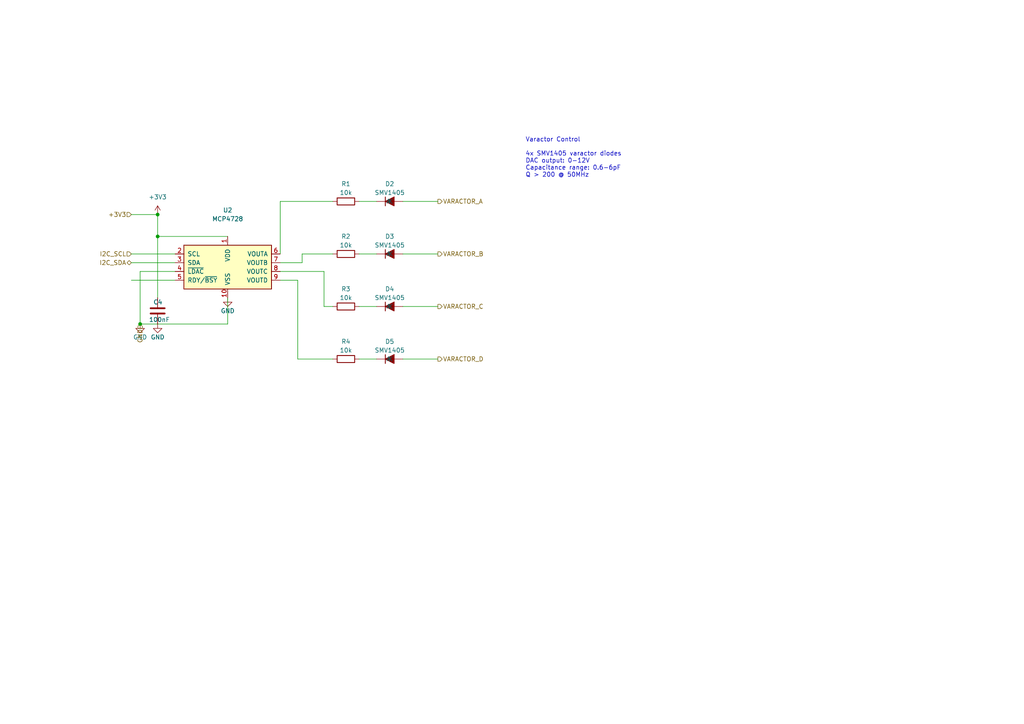
<source format=kicad_sch>
(kicad_sch (version 20250114) (generator "eeschema") (generator_version "9.0")
  (paper "A4")
  (title_block (title "Varactor Control") (date "2025-01-10") (rev "1.0") (company "LA9FMA/LA1OLE") (comment 1 "MCP4728 Quad DAC for varactor bias control") (comment 2 "4x SMV1405 varactor diodes, 0-12V tuning"))
  (lib_symbols
    (symbol "Analog_DAC:MCP4728" (pin_names (offset 1.016))
      (property "Reference" "U" (at -12.7 6.35 0))
      (property "Value" "MCP4728" (at 12.7 6.35 0))
      (symbol "MCP4728_0_1"
        (rectangle (start -12.7 5.08) (end 12.7 -7.62) (stroke (width 0.254)) (fill (type background)))
      )
      (symbol "MCP4728_1_1"
        (pin input line (at -15.24 2.54 0) (length 2.54) (name "SCL") (number "2"))
        (pin bidirectional line (at -15.24 0 0) (length 2.54) (name "SDA") (number "3"))
        (pin input line (at -15.24 -2.54 0) (length 2.54) (name "~{LDAC}") (number "4"))
        (pin output line (at -15.24 -5.08 0) (length 2.54) (name "RDY/~{BSY}") (number "5"))
        (pin power_in line (at 0 7.62 270) (length 2.54) (name "VDD") (number "1"))
        (pin power_in line (at 0 -10.16 90) (length 2.54) (name "VSS") (number "10"))
        (pin output line (at 15.24 2.54 180) (length 2.54) (name "VOUTA") (number "6"))
        (pin output line (at 15.24 0 180) (length 2.54) (name "VOUTB") (number "7"))
        (pin output line (at 15.24 -2.54 180) (length 2.54) (name "VOUTC") (number "8"))
        (pin output line (at 15.24 -5.08 180) (length 2.54) (name "VOUTD") (number "9"))
      )
    )
    (symbol "Device:C" (pin_numbers (hide yes)) (pin_names (offset 0.254))
      (property "Reference" "C" (at 0.635 2.54 0))
      (property "Value" "C" (at 0.635 -2.54 0))
      (symbol "C_0_1"
        (polyline (pts (xy -2.032 0.762) (xy 2.032 0.762)) (stroke (width 0.508)))
        (polyline (pts (xy -2.032 -0.762) (xy 2.032 -0.762)) (stroke (width 0.508)))
      )
      (symbol "C_1_1"
        (pin passive line (at 0 3.81 270) (length 2.794) (name "~") (number "1"))
        (pin passive line (at 0 -3.81 90) (length 2.794) (name "~") (number "2"))
      )
    )
    (symbol "Device:R" (pin_numbers (hide yes)) (pin_names (offset 0))
      (property "Reference" "R" (at 2.032 0 90))
      (property "Value" "R" (at 0 0 90))
      (symbol "R_0_1"
        (rectangle (start -1.016 -2.54) (end 1.016 2.54) (stroke (width 0.254)))
      )
      (symbol "R_1_1"
        (pin passive line (at 0 3.81 270) (length 1.27) (name "~") (number "1"))
        (pin passive line (at 0 -3.81 90) (length 1.27) (name "~") (number "2"))
      )
    )
    (symbol "Diode:SMV1405" (pin_numbers (hide yes)) (pin_names (offset 0.254))
      (property "Reference" "D" (at 0 2.54 0))
      (property "Value" "SMV1405" (at 0 -2.54 0))
      (symbol "SMV1405_0_1"
        (polyline (pts (xy -1.27 1.27) (xy -1.27 -1.27)) (stroke (width 0.254)))
        (polyline (pts (xy -1.27 0) (xy 1.27 0)))
        (polyline (pts (xy 1.27 1.27) (xy 1.27 -1.27) (xy -1.27 0) (xy 1.27 1.27)) (stroke (width 0.254)) (fill (type outline)))
      )
      (symbol "SMV1405_1_1"
        (pin passive line (at -3.81 0 0) (length 2.54) (name "A") (number "1"))
        (pin passive line (at 3.81 0 180) (length 2.54) (name "K") (number "2"))
      )
    )
    (symbol "power:+3V3" (power) (pin_numbers (hide yes)) (pin_names (offset 0) (hide yes))
      (property "Value" "+3V3" (at 0 3.556 0))
      (symbol "+3V3_0_1"
        (polyline (pts (xy -0.762 1.27) (xy 0 2.54)))
        (polyline (pts (xy 0 2.54) (xy 0.762 1.27)))
        (polyline (pts (xy 0 0) (xy 0 2.54)))
      )
      (symbol "+3V3_1_1"
        (pin power_in line (at 0 0 90) (length 0) (name "~") (number "1"))
      )
    )
    (symbol "power:GND" (power) (pin_numbers (hide yes)) (pin_names (offset 0) (hide yes))
      (property "Value" "GND" (at 0 -3.81 0))
      (symbol "GND_0_1"
        (polyline (pts (xy 0 0) (xy 0 -1.27) (xy 1.27 -1.27) (xy 0 -2.54) (xy -1.27 -1.27) (xy 0 -1.27)))
      )
      (symbol "GND_1_1"
        (pin power_in line (at 0 0 270) (length 0) (name "~") (number "1"))
      )
    )
  )
  (text "Varactor Control\n\n4x SMV1405 varactor diodes\nDAC output: 0-12V\nCapacitance range: 0.6-6pF\nQ > 200 @ 50MHz" (at 152.4 45.72 0) (effects (font (size 1.27 1.27)) (justify left)))
  (junction (at 45.72 68.58))
  (junction (at 45.72 62.23))
  (junction (at 40.64 93.98))
  (wire (pts (xy 86.36 104.14) (xy 96.52 104.14)))
  (wire (pts (xy 87.63 76.2) (xy 87.63 73.66)))
  (wire (pts (xy 38.1 62.23) (xy 45.72 62.23)))
  (wire (pts (xy 38.1 76.2) (xy 50.8 76.2)))
  (wire (pts (xy 40.64 78.74) (xy 50.8 78.74)))
  (wire (pts (xy 104.14 58.42) (xy 109.22 58.42)))
  (wire (pts (xy 40.64 78.74) (xy 40.64 93.98)))
  (wire (pts (xy 81.28 73.66) (xy 81.28 58.42)))
  (wire (pts (xy 116.84 58.42) (xy 127 58.42)))
  (wire (pts (xy 45.72 68.58) (xy 45.72 86.36)))
  (wire (pts (xy 116.84 104.14) (xy 127 104.14)))
  (wire (pts (xy 87.63 73.66) (xy 96.52 73.66)))
  (wire (pts (xy 81.28 76.2) (xy 87.63 76.2)))
  (wire (pts (xy 45.72 68.58) (xy 45.72 62.23)))
  (wire (pts (xy 81.28 78.74) (xy 93.98 78.74)))
  (wire (pts (xy 66.04 68.58) (xy 45.72 68.58)))
  (wire (pts (xy 40.64 93.98) (xy 66.04 93.98)))
  (wire (pts (xy 93.98 78.74) (xy 93.98 88.9)))
  (wire (pts (xy 66.04 93.98) (xy 66.04 86.36)))
  (wire (pts (xy 81.28 58.42) (xy 96.52 58.42)))
  (wire (pts (xy 116.84 73.66) (xy 127 73.66)))
  (wire (pts (xy 104.14 104.14) (xy 109.22 104.14)))
  (wire (pts (xy 86.36 81.28) (xy 86.36 104.14)))
  (wire (pts (xy 104.14 73.66) (xy 109.22 73.66)))
  (wire (pts (xy 81.28 81.28) (xy 86.36 81.28)))
  (wire (pts (xy 38.1 73.66) (xy 50.8 73.66)))
  (wire (pts (xy 38.1 81.28) (xy 50.8 81.28)))
  (wire (pts (xy 116.84 88.9) (xy 127 88.9)))
  (wire (pts (xy 104.14 88.9) (xy 109.22 88.9)))
  (wire (pts (xy 93.98 88.9) (xy 96.52 88.9)))
  (hierarchical_label "I2C_SDA" (shape bidirectional) (at 38.1 76.2 180))
  (hierarchical_label "+3V3" (shape input) (at 38.1 62.23 180))
  (hierarchical_label "GND" (shape input) (at 40.64 93.98 270))
  (hierarchical_label "VARACTOR_C" (shape output) (at 127 88.9 0))
  (hierarchical_label "VARACTOR_D" (shape output) (at 127 104.14 0))
  (hierarchical_label "VARACTOR_A" (shape output) (at 127 58.42 0))
  (hierarchical_label "I2C_SCL" (shape input) (at 38.1 73.66 180))
  (hierarchical_label "VARACTOR_B" (shape output) (at 127 73.66 0))
  (symbol (lib_id "Device:R") (at 100.33 104.14 90) (unit 1)
    (property "Reference" "R4" (at 100.33 99.06 90))
    (property "Value" "10k" (at 100.33 101.6 90))
    (property "Footprint" "Resistor_SMD:R_0603_1608Metric" (effects (hide yes)))
    (property "Description" "Resistor" (effects (hide yes)))
  )
  (symbol (lib_id "power:GND") (at 45.72 93.98 0) (unit 1)
    (property "Reference" "#PWR030" (effects (hide yes)))
    (property "Value" "GND" (at 45.72 97.79 0))
    (property "Description" "Power symbol creates a global label with name \"GND\" , ground" (effects (hide yes)))
  )
  (symbol (lib_id "Analog_DAC:MCP4728") (at 66.04 76.2 0) (unit 1)
    (property "Reference" "U2" (at 66.04 60.96 0))
    (property "Value" "MCP4728" (at 66.04 63.5 0))
    (property "Footprint" "Package_SO:MSOP-10_3x3mm_P0.5mm" (effects (hide yes)))
    (property "Datasheet" "http://ww1.microchip.com/downloads/en/DeviceDoc/22187E.pdf" (effects (hide yes)))
    (property "Description" "12-bit digital to analog converter, quad output, 2.048V internal reference, integrated EEPROM, I2C interface" (effects (hide yes)))
  )
  (symbol (lib_id "Device:R") (at 100.33 88.9 90) (unit 1)
    (property "Reference" "R3" (at 100.33 83.82 90))
    (property "Value" "10k" (at 100.33 86.36 90))
    (property "Footprint" "Resistor_SMD:R_0603_1608Metric" (effects (hide yes)))
    (property "Description" "Resistor" (effects (hide yes)))
  )
  (symbol (lib_id "Device:R") (at 100.33 58.42 90) (unit 1)
    (property "Reference" "R1" (at 100.33 53.34 90))
    (property "Value" "10k" (at 100.33 55.88 90))
    (property "Footprint" "Resistor_SMD:R_0603_1608Metric" (effects (hide yes)))
    (property "Description" "Resistor" (effects (hide yes)))
  )
  (symbol (lib_id "Device:R") (at 100.33 73.66 90) (unit 1)
    (property "Reference" "R2" (at 100.33 68.58 90))
    (property "Value" "10k" (at 100.33 71.12 90))
    (property "Footprint" "Resistor_SMD:R_0603_1608Metric" (effects (hide yes)))
    (property "Description" "Resistor" (effects (hide yes)))
  )
  (symbol (lib_id "Device:C") (at 45.72 90.17 0) (unit 1)
    (property "Reference" "C4" (at 44.45 87.63 0) (effects (justify left)))
    (property "Value" "100nF" (at 43.18 92.71 0) (effects (justify left)))
    (property "Footprint" "Capacitor_SMD:C_0603_1608Metric" (effects (hide yes)))
    (property "Description" "Unpolarized capacitor" (effects (hide yes)))
  )
  (symbol (lib_id "Diode:SMV1405") (at 113.03 104.14 0) (unit 1)
    (property "Reference" "D5" (at 113.03 99.06 0))
    (property "Value" "SMV1405" (at 113.03 101.6 0))
    (property "Footprint" "Diode_SMD:D_SOD-323" (effects (hide yes)))
    (property "Description" "Varactor D" (effects (hide yes)))
  )
  (symbol (lib_id "power:GND") (at 40.64 93.98 0) (unit 1)
    (property "Reference" "#PWR028" (effects (hide yes)))
    (property "Value" "GND" (at 40.64 97.79 0))
    (property "Description" "Power symbol creates a global label with name \"GND\" , ground" (effects (hide yes)))
  )
  (symbol (lib_id "Diode:SMV1405") (at 113.03 73.66 0) (unit 1)
    (property "Reference" "D3" (at 113.03 68.58 0))
    (property "Value" "SMV1405" (at 113.03 71.12 0))
    (property "Footprint" "Diode_SMD:D_SOD-323" (effects (hide yes)))
    (property "Description" "Varactor B" (effects (hide yes)))
  )
  (symbol (lib_id "power:GND") (at 66.04 86.36 0) (unit 1)
    (property "Reference" "#PWR029" (effects (hide yes)))
    (property "Value" "GND" (at 66.04 90.17 0))
    (property "Description" "Power symbol creates a global label with name \"GND\" , ground" (effects (hide yes)))
  )
  (symbol (lib_id "Diode:SMV1405") (at 113.03 88.9 0) (unit 1)
    (property "Reference" "D4" (at 113.03 83.82 0))
    (property "Value" "SMV1405" (at 113.03 86.36 0))
    (property "Footprint" "Diode_SMD:D_SOD-323" (effects (hide yes)))
    (property "Description" "Varactor C" (effects (hide yes)))
  )
  (symbol (lib_id "Diode:SMV1405") (at 113.03 58.42 0) (unit 1)
    (property "Reference" "D2" (at 113.03 53.34 0))
    (property "Value" "SMV1405" (at 113.03 55.88 0))
    (property "Footprint" "Diode_SMD:D_SOD-323" (effects (hide yes)))
    (property "Description" "Varactor A" (effects (hide yes)))
  )
  (symbol (lib_id "power:+3V3") (at 45.72 62.23 0) (unit 1)
    (property "Reference" "#PWR07" (effects (hide yes)))
    (property "Value" "+3V3" (at 45.72 57.15 0))
    (property "Description" "Power symbol creates a global label with name \"+3V3\"" (effects (hide yes)))
  )
)
</source>
